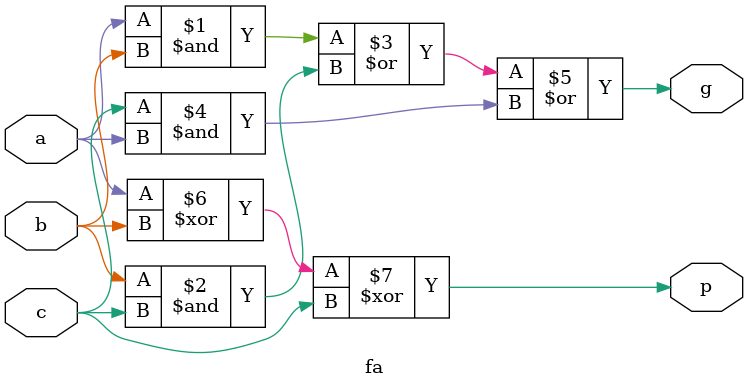
<source format=sv>
module ppa_sk_i8_o8(x1, x2, out);
    input[7:0] x1;
    input[7:0] x2;
    output[7:0] out;
    wire[7:0] g1,p1;
    wire[3:0] g2,g3,g4;
    wire[3:1] p2;
    wire[3:2] p3;
    
    ha HA1 ( .a( x1[0] ), .b( x2[0] ), .g( g1[0] ), .p( p1[0] ) );
    ha HA2 ( .a( x1[1] ), .b( x2[1] ), .g( g1[1] ), .p( p1[1] ) );
    ha HA3 ( .a( x1[2] ), .b( x2[2] ), .g( g1[2] ), .p( p1[2] ) );
    ha HA4 ( .a( x1[3] ), .b( x2[3] ), .g( g1[3] ), .p( p1[3] ) );
    ha HA5 ( .a( x1[4] ), .b( x2[4] ), .g( g1[4] ), .p( p1[4] ) );
    ha HA6 ( .a( x1[5] ), .b( x2[5] ), .g( g1[5] ), .p( p1[5] ) );
    ha HA7 ( .a( x1[6] ), .b( x2[6] ), .g( g1[6] ), .p( p1[6] ) );
    ha HA8 ( .a( x1[7] ), .b( x2[7] ), .g( g1[7] ), .p( p1[7] ) );

    grey_cell A1 (.gi1( g1[1] ), .pi1( p1[1] ), .gi2( g1[0] ), .go( g2[0] ) );
    black_cell A2 (.gi1( g1[3] ), .pi1( p1[3] ), .gi2( g1[2] ), .pi2( p1[2] ), .go( g2[1] ), .po( p2[1] ) );
    black_cell A3 (.gi1( g1[5] ), .pi1( p1[5] ), .gi2( g1[4] ), .pi2( p1[4] ), .go( g2[2] ), .po( p2[2] ) );
    black_cell A4 (.gi1( g1[7] ), .pi1( p1[7] ), .gi2( g1[6] ), .pi2( p1[6] ), .go( g2[3] ), .po( p2[3] ) );
    grey_cell A5 (.gi1( g1[2] ), .pi1( p1[2] ), .gi2( g2[0] ), .go( g3[0] ) );
    grey_cell A6 (.gi1( g2[1] ), .pi1( p2[1] ), .gi2( g2[0] ), .go( g3[1] ) );
    black_cell A7 (.gi1( g1[6] ), .pi1( p1[6] ), .gi2( g2[2] ), .pi2( p2[2] ), .go( g3[2] ), .po( p3[2] ) );
    black_cell A8 (.gi1( g2[3] ), .pi1( p2[3] ), .gi2( g2[2] ), .pi2( p2[2] ), .go( g3[3] ), .po( p3[3] ) );
    grey_cell A9 (.gi1( g1[4] ), .pi1( p1[4] ), .gi2( g3[1] ), .go( g4[0] ) );
    grey_cell A10 (.gi1( g2[2] ), .pi1( p2[2] ), .gi2( g3[1] ), .go( g4[1] ) );
    grey_cell A11 (.gi1( g3[2] ), .pi1( p3[2] ), .gi2( g3[1] ), .go( g4[2] ) );
    grey_cell A12 (.gi1( g3[3] ), .pi1( p3[3] ), .gi2( g3[1] ), .go( g4[3] ) );
    
    assign out[7:1] = p1[7:1] ^ { g4[2:0], g3[1], g3[0], g2[0], g1[0] };
    assign out[0] = p1[0];

endmodule  

module black_cell(gi1, pi1, gi2, pi2, go, po);
//gi1 is a combined generate signal from j to i
//pi1 is a combined propagate signal from j to i
//gi2 is a combined generate signal from m to j-1
//pi2 is a combined propagate signal from m to j-1
//go is a combined generate signal from m to i
//po is a combined propagate signal from m to i
    input gi1, pi1, gi2, pi2;
    output go, po;
    
    assign po = pi1 & pi2;
    assign go = ( gi2 & pi1 ) | gi1;
endmodule

module grey_cell(gi1, pi1, gi2, go);
//gi1 is a combined generate signal from j to i
//pi1 is a combined propagate signal from j to i
//gi2 is a combined generate signal from m to j-1
//go is a combined generate signal from m to i
//po is a combined propagate signal from m to i
    input gi1, pi1, gi2;
    output go;
    
    assign go = ( gi2 & pi1 ) | gi1;
endmodule

module ha(a, b, g, p);
    input a, b;
    output g, p;
    
    assign g = a & b;
    assign p = a ^ b;
endmodule

module fa(a, b, c, g, p);
    input a, b, c;
    output g, p;
    
    assign g = (a & b) | (b & c) | (c & a);
    assign p = a ^ b ^ c;
endmodule
</source>
